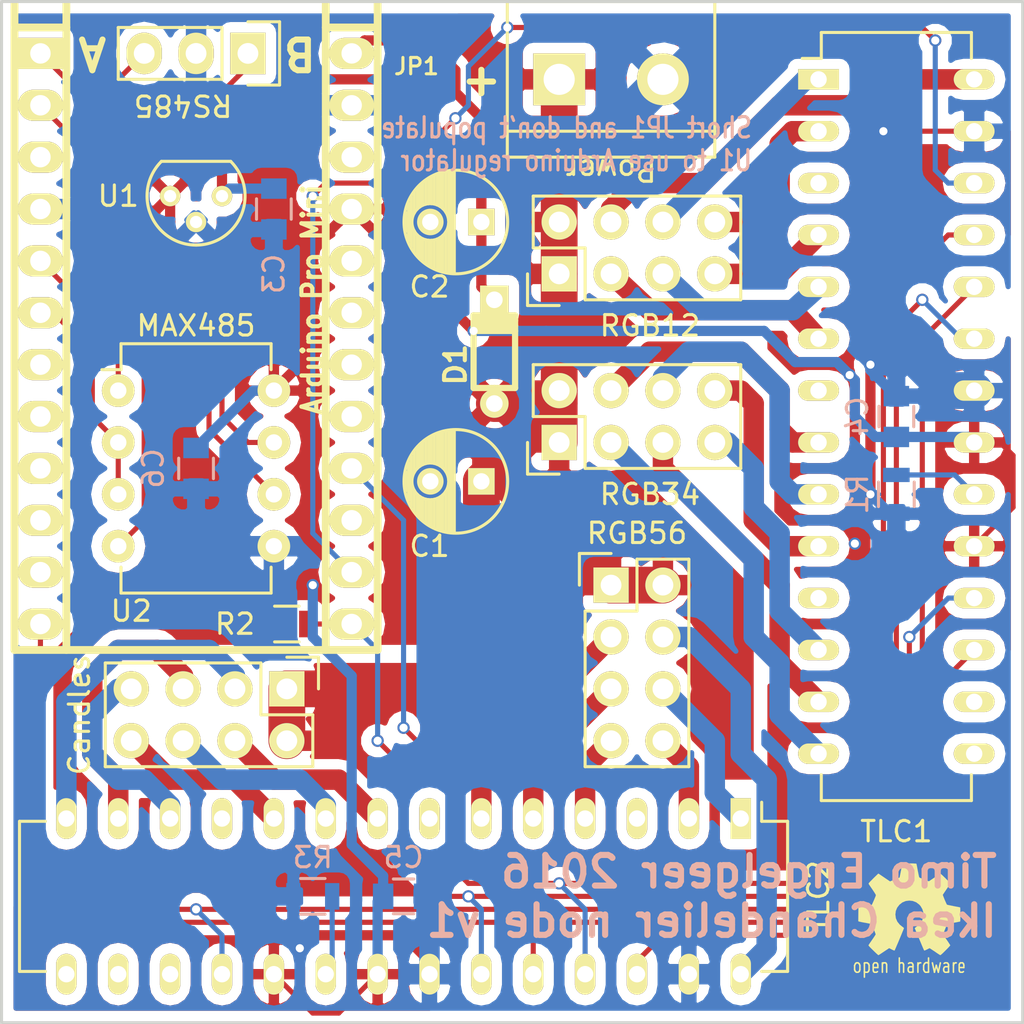
<source format=kicad_pcb>
(kicad_pcb (version 4) (host pcbnew 4.0.2-stable)
  (layers (0 F.Cu signal hide) (31 B.Cu signal hide) (34 B.Paste user) (35 F.Paste user) (36 B.SilkS user hide) (37 F.SilkS user) (38 B.Mask user) (39 F.Mask user) (44 Edge.Cuts user))
  (net 0 "")
  (net 1 /Vin)
  (net 2 GND)
  (net 3 /Vraw)
  (net 4 +5V)
  (net 5 "Net-(J1-Pad1)")
  (net 6 "Net-(J1-Pad2)")
  (net 7 "Net-(J1-Pad3)")
  (net 8 "Net-(J1-Pad5)")
  (net 9 /GSCLK)
  (net 10 "Net-(J1-Pad7)")
  (net 11 "Net-(J1-Pad8)")
  (net 12 "Net-(J1-Pad9)")
  (net 13 "Net-(J1-Pad10)")
  (net 14 "Net-(J1-Pad11)")
  (net 15 /XLAT)
  (net 16 /BLANK)
  (net 17 /SIN)
  (net 18 "Net-(J1-Pad15)")
  (net 19 /SCLK)
  (net 20 "Net-(J1-Pad17)")
  (net 21 "Net-(J1-Pad18)")
  (net 22 "Net-(J1-Pad19)")
  (net 23 "Net-(J1-Pad20)")
  (net 24 "Net-(J1-Pad22)")
  (net 25 "Net-(J1-Pad24)")
  (net 26 "Net-(P1-Pad3)")
  (net 27 "Net-(P1-Pad4)")
  (net 28 "Net-(P1-Pad5)")
  (net 29 "Net-(P1-Pad6)")
  (net 30 "Net-(P1-Pad7)")
  (net 31 "Net-(P1-Pad8)")
  (net 32 "Net-(P3-Pad3)")
  (net 33 "Net-(P3-Pad4)")
  (net 34 "Net-(P3-Pad5)")
  (net 35 "Net-(P3-Pad6)")
  (net 36 "Net-(P3-Pad7)")
  (net 37 "Net-(P3-Pad8)")
  (net 38 "Net-(P4-Pad1)")
  (net 39 "Net-(P4-Pad3)")
  (net 40 "Net-(P5-Pad3)")
  (net 41 "Net-(P5-Pad4)")
  (net 42 "Net-(P5-Pad5)")
  (net 43 "Net-(P5-Pad6)")
  (net 44 "Net-(P5-Pad7)")
  (net 45 "Net-(P5-Pad8)")
  (net 46 "Net-(P6-Pad3)")
  (net 47 "Net-(P6-Pad4)")
  (net 48 "Net-(P6-Pad5)")
  (net 49 "Net-(P6-Pad6)")
  (net 50 "Net-(P6-Pad7)")
  (net 51 "Net-(P6-Pad8)")
  (net 52 "Net-(R1-Pad1)")
  (net 53 "Net-(R3-Pad1)")
  (net 54 "Net-(TLC1-Pad3)")
  (net 55 "Net-(TLC1-Pad7)")
  (net 56 "Net-(TLC1-Pad11)")
  (net 57 "Net-(TLC1-Pad15)")
  (net 58 "Net-(TLC1-Pad16)")
  (net 59 "Net-(TLC1-Pad17)")
  (net 60 "Net-(TLC2-Pad3)")
  (net 61 "Net-(TLC2-Pad7)")
  (net 62 "Net-(TLC2-Pad11)")
  (net 63 "Net-(TLC2-Pad15)")
  (net 64 "Net-(TLC2-Pad16)")
  (net 65 "Net-(TLC2-Pad17)")
  (module Capacitors_ThroughHole:C_Radial_D5_L11_P2.5 (layer F.Cu) (at 93.495 103.495 180)
    (fp_text reference C1 (at 2.54 -3.175 180) (layer F.SilkS))
    (fp_text value 1000u hide)
    (pad 1 thru_hole rect (at 0 0 180) (size 1.3 1.3) (drill 0.8) (layers *.Cu *.Mask F.SilkS) (net 1 /Vin))
    (pad 2 thru_hole circle (at 2.5 0 180) (size 1.3 1.3) (drill 0.8) (layers *.Cu *.Mask F.SilkS) (net 2 GND))
  )
  (module Capacitors_ThroughHole:C_Radial_D5_L11_P2.5 (layer F.Cu) (at 93.495 90.795 180)
    (fp_text reference C2 (at 2.54 -3.175 180) (layer F.SilkS))
    (fp_text value 220u hide)
    (pad 1 thru_hole rect (at 0 0 180) (size 1.3 1.3) (drill 0.8) (layers *.Cu *.Mask F.SilkS) (net 3 /Vraw))
    (pad 2 thru_hole circle (at 2.5 0 180) (size 1.3 1.3) (drill 0.8) (layers *.Cu *.Mask F.SilkS) (net 2 GND))
  )
  (module "septillion_Arduino:arduino_pro_mini_(tail-less)_header" (layer F.Cu) (at 79.525 95.24 270)
    (fp_text reference J1 hide)
    (fp_text value "Arduino Pro Mini" (at -0.635 -5.715 270) (layer F.SilkS) (effects (font (size 1.016 0.889) (thickness 0.2032))))
    (pad 1 thru_hole rect (at -12.7 7.62 270) (size 1.524 2.19964) (drill 1.00076) (layers *.Cu *.Mask F.SilkS) (net 5 "Net-(J1-Pad1)"))
    (pad 2 thru_hole oval (at -10.16 7.62 270) (size 1.524 2.19964) (drill 1.00076) (layers *.Cu *.Mask F.SilkS) (net 6 "Net-(J1-Pad2)"))
    (pad 3 thru_hole oval (at -7.62 7.62 270) (size 1.524 2.19964) (drill 1.00076) (layers *.Cu *.Mask F.SilkS) (net 7 "Net-(J1-Pad3)"))
    (pad 4 thru_hole oval (at -5.08 7.62 270) (size 1.524 2.19964) (drill 1.00076) (layers *.Cu *.Mask F.SilkS) (net 2 GND))
    (pad 5 thru_hole oval (at -2.54 7.62 270) (size 1.524 2.19964) (drill 1.00076) (layers *.Cu *.Mask F.SilkS) (net 8 "Net-(J1-Pad5)"))
    (pad 6 thru_hole oval (at 0 7.62 270) (size 1.524 2.19964) (drill 1.00076) (layers *.Cu *.Mask F.SilkS) (net 9 /GSCLK))
    (pad 7 thru_hole oval (at 2.54 7.62 270) (size 1.524 2.19964) (drill 1.00076) (layers *.Cu *.Mask F.SilkS) (net 10 "Net-(J1-Pad7)"))
    (pad 8 thru_hole oval (at 5.08 7.62 270) (size 1.524 2.19964) (drill 1.00076) (layers *.Cu *.Mask F.SilkS) (net 11 "Net-(J1-Pad8)"))
    (pad 9 thru_hole oval (at 7.62 7.62 270) (size 1.524 2.19964) (drill 1.00076) (layers *.Cu *.Mask F.SilkS) (net 12 "Net-(J1-Pad9)"))
    (pad 10 thru_hole oval (at 10.16 7.62 270) (size 1.524 2.19964) (drill 1.00076) (layers *.Cu *.Mask F.SilkS) (net 13 "Net-(J1-Pad10)"))
    (pad 11 thru_hole oval (at 12.7 7.62 270) (size 1.524 2.19964) (drill 1.00076) (layers *.Cu *.Mask F.SilkS) (net 14 "Net-(J1-Pad11)"))
    (pad 12 thru_hole oval (at 15.24 7.62 270) (size 1.524 2.19964) (drill 1.00076) (layers *.Cu *.Mask F.SilkS) (net 15 /XLAT))
    (pad 13 thru_hole oval (at 15.24 -7.62 270) (size 1.524 2.19964) (drill 1.00076) (layers *.Cu *.Mask F.SilkS) (net 16 /BLANK))
    (pad 14 thru_hole oval (at 12.7 -7.62 270) (size 1.524 2.1971) (drill 1.00076) (layers *.Cu *.Mask F.SilkS) (net 17 /SIN))
    (pad 15 thru_hole oval (at 10.16 -7.62 270) (size 1.524 2.1971) (drill 1.00076) (layers *.Cu *.Mask F.SilkS) (net 18 "Net-(J1-Pad15)"))
    (pad 16 thru_hole oval (at 7.62 -7.62 270) (size 1.524 2.1971) (drill 1.00076) (layers *.Cu *.Mask F.SilkS) (net 19 /SCLK))
    (pad 17 thru_hole oval (at 5.08 -7.62 270) (size 1.524 2.1971) (drill 1.00076) (layers *.Cu *.Mask F.SilkS) (net 20 "Net-(J1-Pad17)"))
    (pad 18 thru_hole oval (at 2.54 -7.62 270) (size 1.524 2.1971) (drill 0.99822) (layers *.Cu *.Mask F.SilkS) (net 21 "Net-(J1-Pad18)"))
    (pad 19 thru_hole oval (at 0 -7.62 270) (size 1.524 2.1971) (drill 0.99822) (layers *.Cu *.Mask F.SilkS) (net 22 "Net-(J1-Pad19)"))
    (pad 20 thru_hole oval (at -2.54 -7.62 270) (size 1.524 2.1971) (drill 0.99822) (layers *.Cu *.Mask F.SilkS) (net 23 "Net-(J1-Pad20)"))
    (pad 21 thru_hole oval (at -5.08 -7.62 270) (size 1.524 2.1971) (drill 0.99822) (layers *.Cu *.Mask F.SilkS) (net 4 +5V))
    (pad 22 thru_hole oval (at -7.62 -7.62 270) (size 1.524 2.1971) (drill 0.99822) (layers *.Cu *.Mask F.SilkS) (net 24 "Net-(J1-Pad22)"))
    (pad 23 thru_hole oval (at -10.16 -7.62 270) (size 1.524 2.1971) (drill 0.99822) (layers *.Cu *.Mask F.SilkS) (net 2 GND))
    (pad 24 thru_hole oval (at -12.7 -7.62 270) (size 1.524 2.1971) (drill 0.99822) (layers *.Cu *.Mask F.SilkS) (net 25 "Net-(J1-Pad24)"))
  )
  (module Pin_Headers:Pin_Header_Straight_2x04 (layer F.Cu) (at 97.305 93.335 90)
    (fp_text reference P1 hide)
    (fp_text value RGB12 (at -2.54 4.445 180) (layer F.SilkS))
    (pad 1 thru_hole rect (at 0 0 90) (size 1.7272 1.7272) (drill 1.016) (layers *.Cu *.Mask F.SilkS) (net 1 /Vin))
    (pad 2 thru_hole oval (at 2.54 0 90) (size 1.7272 1.7272) (drill 1.016) (layers *.Cu *.Mask F.SilkS) (net 1 /Vin))
    (pad 3 thru_hole oval (at 0 2.54 90) (size 1.7272 1.7272) (drill 1.016) (layers *.Cu *.Mask F.SilkS) (net 26 "Net-(P1-Pad3)"))
    (pad 4 thru_hole oval (at 2.54 2.54 90) (size 1.7272 1.7272) (drill 1.016) (layers *.Cu *.Mask F.SilkS) (net 27 "Net-(P1-Pad4)"))
    (pad 5 thru_hole oval (at 0 5.08 90) (size 1.7272 1.7272) (drill 1.016) (layers *.Cu *.Mask F.SilkS) (net 28 "Net-(P1-Pad5)"))
    (pad 6 thru_hole oval (at 2.54 5.08 90) (size 1.7272 1.7272) (drill 1.016) (layers *.Cu *.Mask F.SilkS) (net 29 "Net-(P1-Pad6)"))
    (pad 7 thru_hole oval (at 0 7.62 90) (size 1.7272 1.7272) (drill 1.016) (layers *.Cu *.Mask F.SilkS) (net 30 "Net-(P1-Pad7)"))
    (pad 8 thru_hole oval (at 2.54 7.62 90) (size 1.7272 1.7272) (drill 1.016) (layers *.Cu *.Mask F.SilkS) (net 31 "Net-(P1-Pad8)"))
  )
  (module Connect:bornier2 (layer F.Cu) (at 99.845 83.81)
    (fp_text reference P2 hide)
    (fp_text value Power hide)
    (pad 1 thru_hole rect (at -2.54 0) (size 2.54 2.54) (drill 1.524) (layers *.Cu *.Mask F.SilkS) (net 1 /Vin))
    (pad 2 thru_hole circle (at 2.54 0) (size 2.54 2.54) (drill 1.524) (layers *.Cu *.Mask F.SilkS) (net 2 GND))
  )
  (module Pin_Headers:Pin_Header_Straight_2x04 (layer F.Cu) (at 97.305 101.59 90)
    (fp_text reference P3 hide)
    (fp_text value RGB34 (at -2.54 4.445 180) (layer F.SilkS))
    (pad 1 thru_hole rect (at 0 0 90) (size 1.7272 1.7272) (drill 1.016) (layers *.Cu *.Mask F.SilkS) (net 1 /Vin))
    (pad 2 thru_hole oval (at 2.54 0 90) (size 1.7272 1.7272) (drill 1.016) (layers *.Cu *.Mask F.SilkS) (net 1 /Vin))
    (pad 3 thru_hole oval (at 0 2.54 90) (size 1.7272 1.7272) (drill 1.016) (layers *.Cu *.Mask F.SilkS) (net 32 "Net-(P3-Pad3)"))
    (pad 4 thru_hole oval (at 2.54 2.54 90) (size 1.7272 1.7272) (drill 1.016) (layers *.Cu *.Mask F.SilkS) (net 33 "Net-(P3-Pad4)"))
    (pad 5 thru_hole oval (at 0 5.08 90) (size 1.7272 1.7272) (drill 1.016) (layers *.Cu *.Mask F.SilkS) (net 34 "Net-(P3-Pad5)"))
    (pad 6 thru_hole oval (at 2.54 5.08 90) (size 1.7272 1.7272) (drill 1.016) (layers *.Cu *.Mask F.SilkS) (net 35 "Net-(P3-Pad6)"))
    (pad 7 thru_hole oval (at 0 7.62 90) (size 1.7272 1.7272) (drill 1.016) (layers *.Cu *.Mask F.SilkS) (net 36 "Net-(P3-Pad7)"))
    (pad 8 thru_hole oval (at 2.54 7.62 90) (size 1.7272 1.7272) (drill 1.016) (layers *.Cu *.Mask F.SilkS) (net 37 "Net-(P3-Pad8)"))
  )
  (module Pin_Headers:Pin_Header_Straight_1x03 (layer F.Cu) (at 82.065 82.54 270)
    (fp_text reference P4 hide)
    (fp_text value RS485 hide)
    (pad 1 thru_hole rect (at 0 0 270) (size 2.032 1.7272) (drill 1.016) (layers *.Cu *.Mask F.SilkS) (net 38 "Net-(P4-Pad1)"))
    (pad 2 thru_hole oval (at 0 2.54 270) (size 2.032 1.7272) (drill 1.016) (layers *.Cu *.Mask F.SilkS) (net 2 GND))
    (pad 3 thru_hole oval (at 0 5.08 270) (size 2.032 1.7272) (drill 1.016) (layers *.Cu *.Mask F.SilkS) (net 39 "Net-(P4-Pad3)"))
  )
  (module Pin_Headers:Pin_Header_Straight_2x04 (layer F.Cu) (at 99.845 108.575)
    (fp_text reference P5 hide)
    (fp_text value RGB56 (at 1.27 -2.54) (layer F.SilkS))
    (pad 1 thru_hole rect (at 0 0) (size 1.7272 1.7272) (drill 1.016) (layers *.Cu *.Mask F.SilkS) (net 1 /Vin))
    (pad 2 thru_hole oval (at 2.54 0) (size 1.7272 1.7272) (drill 1.016) (layers *.Cu *.Mask F.SilkS) (net 1 /Vin))
    (pad 3 thru_hole oval (at 0 2.54) (size 1.7272 1.7272) (drill 1.016) (layers *.Cu *.Mask F.SilkS) (net 40 "Net-(P5-Pad3)"))
    (pad 4 thru_hole oval (at 2.54 2.54) (size 1.7272 1.7272) (drill 1.016) (layers *.Cu *.Mask F.SilkS) (net 41 "Net-(P5-Pad4)"))
    (pad 5 thru_hole oval (at 0 5.08) (size 1.7272 1.7272) (drill 1.016) (layers *.Cu *.Mask F.SilkS) (net 42 "Net-(P5-Pad5)"))
    (pad 6 thru_hole oval (at 2.54 5.08) (size 1.7272 1.7272) (drill 1.016) (layers *.Cu *.Mask F.SilkS) (net 43 "Net-(P5-Pad6)"))
    (pad 7 thru_hole oval (at 0 7.62) (size 1.7272 1.7272) (drill 1.016) (layers *.Cu *.Mask F.SilkS) (net 44 "Net-(P5-Pad7)"))
    (pad 8 thru_hole oval (at 2.54 7.62) (size 1.7272 1.7272) (drill 1.016) (layers *.Cu *.Mask F.SilkS) (net 45 "Net-(P5-Pad8)"))
  )
  (module Pin_Headers:Pin_Header_Straight_2x04 (layer F.Cu) (at 83.97 113.655 270)
    (fp_text reference P6 hide)
    (fp_text value Candles (at 1.27 10.16 270) (layer F.SilkS))
    (pad 1 thru_hole rect (at 0 0 270) (size 1.7272 1.7272) (drill 1.016) (layers *.Cu *.Mask F.SilkS) (net 1 /Vin))
    (pad 2 thru_hole oval (at 2.54 0 270) (size 1.7272 1.7272) (drill 1.016) (layers *.Cu *.Mask F.SilkS) (net 1 /Vin))
    (pad 3 thru_hole oval (at 0 2.54 270) (size 1.7272 1.7272) (drill 1.016) (layers *.Cu *.Mask F.SilkS) (net 46 "Net-(P6-Pad3)"))
    (pad 4 thru_hole oval (at 2.54 2.54 270) (size 1.7272 1.7272) (drill 1.016) (layers *.Cu *.Mask F.SilkS) (net 47 "Net-(P6-Pad4)"))
    (pad 5 thru_hole oval (at 0 5.08 270) (size 1.7272 1.7272) (drill 1.016) (layers *.Cu *.Mask F.SilkS) (net 48 "Net-(P6-Pad5)"))
    (pad 6 thru_hole oval (at 2.54 5.08 270) (size 1.7272 1.7272) (drill 1.016) (layers *.Cu *.Mask F.SilkS) (net 49 "Net-(P6-Pad6)"))
    (pad 7 thru_hole oval (at 0 7.62 270) (size 1.7272 1.7272) (drill 1.016) (layers *.Cu *.Mask F.SilkS) (net 50 "Net-(P6-Pad7)"))
    (pad 8 thru_hole oval (at 2.54 7.62 270) (size 1.7272 1.7272) (drill 1.016) (layers *.Cu *.Mask F.SilkS) (net 51 "Net-(P6-Pad8)"))
  )
  (module TO_SOT_Packages_THT:TO-92_Molded_Narrow (layer F.Cu) (at 80.795 89.525 180)
    (fp_text reference U1 (at 5.08 0 180) (layer F.SilkS))
    (fp_text value 78L05 hide)
    (pad 2 thru_hole circle (at 1.27 -1.27 270) (size 1.00076 1.00076) (drill 0.6) (layers *.Cu *.Mask F.SilkS) (net 2 GND))
    (pad 3 thru_hole circle (at 2.54 0 270) (size 1.00076 1.00076) (drill 0.6) (layers *.Cu *.Mask F.SilkS) (net 4 +5V))
    (pad 1 thru_hole circle (at 0 0 270) (size 1.00076 1.00076) (drill 0.6) (layers *.Cu *.Mask F.SilkS) (net 3 /Vraw))
  )
  (module Housings_DIP:DIP-8_W7.62mm (layer F.Cu) (at 75.715 99.05)
    (fp_text reference U2 (at 0.635 10.795) (layer F.SilkS))
    (fp_text value MAX485 (at 3.81 -3.175) (layer F.SilkS))
    (pad 1 thru_hole oval (at 0 0) (size 1.6 1.6) (drill 0.8) (layers *.Cu *.Mask F.SilkS) (net 6 "Net-(J1-Pad2)"))
    (pad 2 thru_hole oval (at 0 2.54) (size 1.6 1.6) (drill 0.8) (layers *.Cu *.Mask F.SilkS) (net 8 "Net-(J1-Pad5)"))
    (pad 3 thru_hole oval (at 0 5.08) (size 1.6 1.6) (drill 0.8) (layers *.Cu *.Mask F.SilkS) (net 8 "Net-(J1-Pad5)"))
    (pad 4 thru_hole oval (at 0 7.62) (size 1.6 1.6) (drill 0.8) (layers *.Cu *.Mask F.SilkS) (net 5 "Net-(J1-Pad1)"))
    (pad 5 thru_hole oval (at 7.62 7.62) (size 1.6 1.6) (drill 0.8) (layers *.Cu *.Mask F.SilkS) (net 2 GND))
    (pad 6 thru_hole oval (at 7.62 5.08) (size 1.6 1.6) (drill 0.8) (layers *.Cu *.Mask F.SilkS) (net 39 "Net-(P4-Pad3)"))
    (pad 7 thru_hole oval (at 7.62 2.54) (size 1.6 1.6) (drill 0.8) (layers *.Cu *.Mask F.SilkS) (net 38 "Net-(P4-Pad1)"))
    (pad 8 thru_hole oval (at 7.62 0) (size 1.6 1.6) (drill 0.8) (layers *.Cu *.Mask F.SilkS) (net 4 +5V))
  )
  (module Capacitors_SMD:C_0805 (layer B.Cu) (at 83.335 90.16 270)
    (fp_text reference C3 (at 3.175 0 270) (layer B.SilkS) (effects (justify mirror)))
    (fp_text value 100n hide)
    (pad 1 smd rect (at -1 0 270) (size 1 1.25) (layers B.Cu B.Paste B.Mask) (net 3 /Vraw))
    (pad 2 smd rect (at 1 0 270) (size 1 1.25) (layers B.Cu B.Paste B.Mask) (net 2 GND))
  )
  (module Capacitors_SMD:C_0805 (layer B.Cu) (at 113.815 100.32 90)
    (fp_text reference C4 (at 0 -1.905 90) (layer B.SilkS) (effects (justify mirror)))
    (fp_text value 100n hide)
    (pad 1 smd rect (at -1 0 90) (size 1 1.25) (layers B.Cu B.Paste B.Mask) (net 4 +5V))
    (pad 2 smd rect (at 1 0 90) (size 1 1.25) (layers B.Cu B.Paste B.Mask) (net 2 GND))
  )
  (module Capacitors_SMD:C_0805 (layer B.Cu) (at 89.685 123.815)
    (fp_text reference C5 (at 0 -1.905) (layer B.SilkS) (effects (justify mirror)))
    (fp_text value 100n hide)
    (pad 1 smd rect (at -1 0) (size 1 1.25) (layers B.Cu B.Paste B.Mask) (net 4 +5V))
    (pad 2 smd rect (at 1 0) (size 1 1.25) (layers B.Cu B.Paste B.Mask) (net 2 GND))
  )
  (module Capacitors_SMD:C_0805 (layer B.Cu) (at 79.525 102.86 270)
    (fp_text reference C6 (at 0 2.1 270) (layer B.SilkS) (effects (justify mirror)))
    (fp_text value 100n hide)
    (pad 1 smd rect (at -1 0 270) (size 1 1.25) (layers B.Cu B.Paste B.Mask) (net 4 +5V))
    (pad 2 smd rect (at 1 0 270) (size 1 1.25) (layers B.Cu B.Paste B.Mask) (net 2 GND))
  )
  (module Resistors_SMD:R_0805 (layer B.Cu) (at 113.815 104.13 270)
    (fp_text reference R1 (at 0 1.905 270) (layer B.SilkS) (effects (justify mirror)))
    (fp_text value 270R hide)
    (pad 1 smd rect (at -0.95 0 270) (size 0.7 1.3) (layers B.Cu B.Paste B.Mask) (net 52 "Net-(R1-Pad1)"))
    (pad 2 smd rect (at 0.95 0 270) (size 0.7 1.3) (layers B.Cu B.Paste B.Mask) (net 2 GND))
  )
  (module Resistors_SMD:R_0805 (layer F.Cu) (at 83.97 110.48)
    (fp_text reference R2 (at -2.54 0) (layer F.SilkS))
    (fp_text value 1k hide)
    (pad 1 smd rect (at -0.95 0) (size 0.7 1.3) (layers F.Cu F.Paste F.Mask) (net 4 +5V))
    (pad 2 smd rect (at 0.95 0) (size 0.7 1.3) (layers F.Cu F.Paste F.Mask) (net 16 /BLANK))
  )
  (module Resistors_SMD:R_0805 (layer B.Cu) (at 85.24 123.815 180)
    (fp_text reference R3 (at 0 1.905 180) (layer B.SilkS) (effects (justify mirror)))
    (fp_text value 270R hide)
    (pad 1 smd rect (at -0.95 0 180) (size 0.7 1.3) (layers B.Cu B.Paste B.Mask) (net 53 "Net-(R3-Pad1)"))
    (pad 2 smd rect (at 0.95 0 180) (size 0.7 1.3) (layers B.Cu B.Paste B.Mask) (net 2 GND))
  )
  (module septillion_device:DIP-28_W7.62mm_narrowPad (layer F.Cu) (at 110.005 83.81)
    (fp_text reference TLC1 (at 3.81 36.83) (layer F.SilkS))
    (fp_text value TLC5940 hide)
    (pad 1 thru_hole rect (at 0 0) (size 2 1) (drill 0.8) (layers *.Cu *.Mask F.SilkS) (net 29 "Net-(P1-Pad6)"))
    (pad 2 thru_hole oval (at 0 2.54) (size 2 1) (drill 0.8) (layers *.Cu *.Mask F.SilkS) (net 31 "Net-(P1-Pad8)"))
    (pad 3 thru_hole oval (at 0 5.08) (size 2 1) (drill 0.8) (layers *.Cu *.Mask F.SilkS) (net 54 "Net-(TLC1-Pad3)"))
    (pad 4 thru_hole oval (at 0 7.62) (size 2 1) (drill 0.8) (layers *.Cu *.Mask F.SilkS) (net 30 "Net-(P1-Pad7)"))
    (pad 5 thru_hole oval (at 0 10.16) (size 2 1) (drill 0.8) (layers *.Cu *.Mask F.SilkS) (net 28 "Net-(P1-Pad5)"))
    (pad 6 thru_hole oval (at 0 12.7) (size 2 1) (drill 0.8) (layers *.Cu *.Mask F.SilkS) (net 26 "Net-(P1-Pad3)"))
    (pad 7 thru_hole oval (at 0 15.24) (size 2 1) (drill 0.8) (layers *.Cu *.Mask F.SilkS) (net 55 "Net-(TLC1-Pad7)"))
    (pad 8 thru_hole oval (at 0 17.78) (size 2 1) (drill 0.8) (layers *.Cu *.Mask F.SilkS) (net 33 "Net-(P3-Pad4)"))
    (pad 9 thru_hole oval (at 0 20.32) (size 2 1) (drill 0.8) (layers *.Cu *.Mask F.SilkS) (net 35 "Net-(P3-Pad6)"))
    (pad 10 thru_hole oval (at 0 22.86) (size 2 1) (drill 0.8) (layers *.Cu *.Mask F.SilkS) (net 37 "Net-(P3-Pad8)"))
    (pad 11 thru_hole oval (at 0 25.4) (size 2 1) (drill 0.8) (layers *.Cu *.Mask F.SilkS) (net 56 "Net-(TLC1-Pad11)"))
    (pad 12 thru_hole oval (at 0 27.94) (size 2 1) (drill 0.8) (layers *.Cu *.Mask F.SilkS) (net 36 "Net-(P3-Pad7)"))
    (pad 13 thru_hole oval (at 0 30.48) (size 2 1) (drill 0.8) (layers *.Cu *.Mask F.SilkS) (net 34 "Net-(P3-Pad5)"))
    (pad 14 thru_hole oval (at 0 33.02) (size 2 1) (drill 0.8) (layers *.Cu *.Mask F.SilkS) (net 32 "Net-(P3-Pad3)"))
    (pad 15 thru_hole oval (at 7.62 33.02) (size 2 1) (drill 0.8) (layers *.Cu *.Mask F.SilkS) (net 57 "Net-(TLC1-Pad15)"))
    (pad 16 thru_hole oval (at 7.62 30.48) (size 2 1) (drill 0.8) (layers *.Cu *.Mask F.SilkS) (net 58 "Net-(TLC1-Pad16)"))
    (pad 17 thru_hole oval (at 7.62 27.94) (size 2 1) (drill 0.8) (layers *.Cu *.Mask F.SilkS) (net 59 "Net-(TLC1-Pad17)"))
    (pad 18 thru_hole oval (at 7.62 25.4) (size 2 1) (drill 0.8) (layers *.Cu *.Mask F.SilkS) (net 9 /GSCLK))
    (pad 19 thru_hole oval (at 7.62 22.86) (size 2 1) (drill 0.8) (layers *.Cu *.Mask F.SilkS) (net 4 +5V))
    (pad 20 thru_hole oval (at 7.62 20.32) (size 2 1) (drill 0.8) (layers *.Cu *.Mask F.SilkS) (net 52 "Net-(R1-Pad1)"))
    (pad 21 thru_hole oval (at 7.62 17.78) (size 2 1) (drill 0.8) (layers *.Cu *.Mask F.SilkS) (net 4 +5V))
    (pad 22 thru_hole oval (at 7.62 15.24) (size 2 1) (drill 0.8) (layers *.Cu *.Mask F.SilkS) (net 2 GND))
    (pad 23 thru_hole oval (at 7.62 12.7) (size 2 1) (drill 0.8) (layers *.Cu *.Mask F.SilkS) (net 16 /BLANK))
    (pad 24 thru_hole oval (at 7.62 10.16) (size 2 1) (drill 0.8) (layers *.Cu *.Mask F.SilkS) (net 15 /XLAT))
    (pad 25 thru_hole oval (at 7.62 7.62) (size 2 1) (drill 0.8) (layers *.Cu *.Mask F.SilkS) (net 19 /SCLK))
    (pad 26 thru_hole oval (at 7.62 5.08) (size 2 1) (drill 0.8) (layers *.Cu *.Mask F.SilkS) (net 17 /SIN))
    (pad 27 thru_hole oval (at 7.62 2.54) (size 2 1) (drill 0.8) (layers *.Cu *.Mask F.SilkS) (net 2 GND))
    (pad 28 thru_hole oval (at 7.62 0) (size 2 1) (drill 0.8) (layers *.Cu *.Mask F.SilkS) (net 27 "Net-(P1-Pad4)"))
  )
  (module septillion_device:DIP-28_W7.62mm_narrowPad (layer F.Cu) (at 106.195 120.005 270)
    (fp_text reference TLC2 (at 3.81 -3.81 450) (layer F.SilkS))
    (fp_text value TLC5940 hide)
    (pad 1 thru_hole rect (at 0 0 270) (size 2 1) (drill 0.8) (layers *.Cu *.Mask F.SilkS) (net 43 "Net-(P5-Pad6)"))
    (pad 2 thru_hole oval (at 0 2.54 270) (size 2 1) (drill 0.8) (layers *.Cu *.Mask F.SilkS) (net 45 "Net-(P5-Pad8)"))
    (pad 3 thru_hole oval (at 0 5.08 270) (size 2 1) (drill 0.8) (layers *.Cu *.Mask F.SilkS) (net 60 "Net-(TLC2-Pad3)"))
    (pad 4 thru_hole oval (at 0 7.62 270) (size 2 1) (drill 0.8) (layers *.Cu *.Mask F.SilkS) (net 44 "Net-(P5-Pad7)"))
    (pad 5 thru_hole oval (at 0 10.16 270) (size 2 1) (drill 0.8) (layers *.Cu *.Mask F.SilkS) (net 42 "Net-(P5-Pad5)"))
    (pad 6 thru_hole oval (at 0 12.7 270) (size 2 1) (drill 0.8) (layers *.Cu *.Mask F.SilkS) (net 40 "Net-(P5-Pad3)"))
    (pad 7 thru_hole oval (at 0 15.24 270) (size 2 1) (drill 0.8) (layers *.Cu *.Mask F.SilkS) (net 61 "Net-(TLC2-Pad7)"))
    (pad 8 thru_hole oval (at 0 17.78 270) (size 2 1) (drill 0.8) (layers *.Cu *.Mask F.SilkS) (net 47 "Net-(P6-Pad4)"))
    (pad 9 thru_hole oval (at 0 20.32 270) (size 2 1) (drill 0.8) (layers *.Cu *.Mask F.SilkS) (net 49 "Net-(P6-Pad6)"))
    (pad 10 thru_hole oval (at 0 22.86 270) (size 2 1) (drill 0.8) (layers *.Cu *.Mask F.SilkS) (net 51 "Net-(P6-Pad8)"))
    (pad 11 thru_hole oval (at 0 25.4 270) (size 2 1) (drill 0.8) (layers *.Cu *.Mask F.SilkS) (net 62 "Net-(TLC2-Pad11)"))
    (pad 12 thru_hole oval (at 0 27.94 270) (size 2 1) (drill 0.8) (layers *.Cu *.Mask F.SilkS) (net 50 "Net-(P6-Pad7)"))
    (pad 13 thru_hole oval (at 0 30.48 270) (size 2 1) (drill 0.8) (layers *.Cu *.Mask F.SilkS) (net 48 "Net-(P6-Pad5)"))
    (pad 14 thru_hole oval (at 0 33.02 270) (size 2 1) (drill 0.8) (layers *.Cu *.Mask F.SilkS) (net 46 "Net-(P6-Pad3)"))
    (pad 15 thru_hole oval (at 7.62 33.02 270) (size 2 1) (drill 0.8) (layers *.Cu *.Mask F.SilkS) (net 63 "Net-(TLC2-Pad15)"))
    (pad 16 thru_hole oval (at 7.62 30.48 270) (size 2 1) (drill 0.8) (layers *.Cu *.Mask F.SilkS) (net 64 "Net-(TLC2-Pad16)"))
    (pad 17 thru_hole oval (at 7.62 27.94 270) (size 2 1) (drill 0.8) (layers *.Cu *.Mask F.SilkS) (net 65 "Net-(TLC2-Pad17)"))
    (pad 18 thru_hole oval (at 7.62 25.4 270) (size 2 1) (drill 0.8) (layers *.Cu *.Mask F.SilkS) (net 9 /GSCLK))
    (pad 19 thru_hole oval (at 7.62 22.86 270) (size 2 1) (drill 0.8) (layers *.Cu *.Mask F.SilkS) (net 4 +5V))
    (pad 20 thru_hole oval (at 7.62 20.32 270) (size 2 1) (drill 0.8) (layers *.Cu *.Mask F.SilkS) (net 53 "Net-(R3-Pad1)"))
    (pad 21 thru_hole oval (at 7.62 17.78 270) (size 2 1) (drill 0.8) (layers *.Cu *.Mask F.SilkS) (net 4 +5V))
    (pad 22 thru_hole oval (at 7.62 15.24 270) (size 2 1) (drill 0.8) (layers *.Cu *.Mask F.SilkS) (net 2 GND))
    (pad 23 thru_hole oval (at 7.62 12.7 270) (size 2 1) (drill 0.8) (layers *.Cu *.Mask F.SilkS) (net 16 /BLANK))
    (pad 24 thru_hole oval (at 7.62 10.16 270) (size 2 1) (drill 0.8) (layers *.Cu *.Mask F.SilkS) (net 15 /XLAT))
    (pad 25 thru_hole oval (at 7.62 7.62 270) (size 2 1) (drill 0.8) (layers *.Cu *.Mask F.SilkS) (net 19 /SCLK))
    (pad 26 thru_hole oval (at 7.62 5.08 270) (size 2 1) (drill 0.8) (layers *.Cu *.Mask F.SilkS) (net 59 "Net-(TLC1-Pad17)"))
    (pad 27 thru_hole oval (at 7.62 2.54 270) (size 2 1) (drill 0.8) (layers *.Cu *.Mask F.SilkS) (net 2 GND))
    (pad 28 thru_hole oval (at 7.62 0 270) (size 2 1) (drill 0.8) (layers *.Cu *.Mask F.SilkS) (net 41 "Net-(P5-Pad4)"))
  )
  (module w_logo:Logo_silk_OSHW_6x6mm (layer F.Cu) (at 114.45 124.45)
    (fp_text reference G*** hide)
    (fp_text value LOGO hide)
  )
  (module septillion_device:SMD_jumper2 (layer F.Cu) (at 90.32 81.905)
    (fp_text reference JP1 (at 0 1.27 180) (layer F.SilkS) (effects (font (size 0.8 0.8))))
    (fp_text value Jumper_NC_Small hide)
    (fp_poly (pts (xy -0.127 0.635) (xy -0.216959 0.634535) (xy -0.293498 0.624894) (xy -0.376868 0.601311) (xy -0.402167 0.591043) (xy -0.527443 0.513361) (xy -0.635498 0.405588) (xy -0.711407 0.28575) (xy -0.746358 0.176643) (xy -0.762882 0.04626) (xy -0.760789 -0.08902) (xy -0.739882 -0.212813) (xy -0.718044 -0.275167) (xy -0.646891 -0.391923) (xy -0.550221 -0.492805) (xy -0.437214 -0.571225) (xy -0.317049 -0.620593) (xy -0.216959 -0.634794) (xy -0.127 -0.635) (xy -0.127 0.635)) (layer F.Cu) (width 0.01))
    (fp_poly (pts (xy 0.216958 -0.634794) (xy 0.336025 -0.615029) (xy 0.455673 -0.560661) (xy 0.566722 -0.478277) (xy 0.659991 -0.374465) (xy 0.718043 -0.275167) (xy 0.750414 -0.166257) (xy 0.763855 -0.035961) (xy 0.758559 0.09934) (xy 0.734721 0.223264) (xy 0.711406 0.28575) (xy 0.635716 0.405683) (xy 0.535351 0.506472) (xy 0.419091 0.581921) (xy 0.295719 0.625837) (xy 0.216958 0.634535) (xy 0.127 0.635) (xy 0.127 -0.635) (xy 0.216958 -0.634794)) (layer F.Cu) (width 0.01))
    (pad 1 smd rect (at -0.4445 0) (size 0.254 0.889) (layers F.Cu F.Paste F.Mask) (net 25 "Net-(J1-Pad24)") (clearance 0.254))
    (pad 2 smd rect (at 0.4445 0) (size 0.254 0.889) (layers F.Cu F.Paste F.Mask) (net 3 /Vraw) (clearance 0.254))
  )
  (module septillion_device:D2 (layer F.Cu) (at 94.13 97.145 90)
    (fp_text reference D1 (at -0.635 -1.905 90) (layer F.SilkS) (effects (font (size 1.016 1.016) (thickness 0.2032))))
    (fp_text value D hide)
    (pad 1 thru_hole rect (at 2.54 0 90) (size 1.397 1.397) (drill 0.8128) (layers *.Cu *.Mask F.SilkS) (net 3 /Vraw))
    (pad 2 thru_hole circle (at -2.54 0 90) (size 1.397 1.397) (drill 0.8128) (layers *.Cu *.Mask F.SilkS) (net 1 /Vin))
  )
  (gr_text "Short JP1 and don't populate \nU1 to use Arduino regulator" (at 106.83 86.985) (layer B.SilkS) (effects (font (size 1 0.8)) (justify left mirror)))
  (gr_text "Timo Engelgeer 2016\nIkea Chandelier node v1" (at 118.895 123.815) (layer B.SilkS) (effects (font (size 1.5 1.5) (thickness 0.3)) (justify left mirror)))
  (gr_text A (at 74.445 82.54 180) (layer F.SilkS) (effects (font (size 1.5 1.5) (thickness 0.3))))
  (gr_text B (at 84.605 82.54 180) (layer F.SilkS) (effects (font (size 1.5 1.5) (thickness 0.3))))
  (gr_text RS485 (at 78.89 85.08 180) (layer F.SilkS) (effects (font (size 1 1))))
  (gr_text + (at 93.495 83.81) (layer F.SilkS) (effects (font (size 1.5 1.5) (thickness 0.3))))
  (gr_text Power (at 99.845 88.255 180) (layer F.SilkS) (effects (font (size 1 1))))
  (gr_line (start 70 130) (end 70 80) (angle 90) (layer Edge.Cuts) (width 0.15))
  (gr_line (start 120 130) (end 70 130) (angle 90) (layer Edge.Cuts) (width 0.15))
  (gr_line (start 120 80) (end 120 130) (angle 90) (layer Edge.Cuts) (width 0.15))
  (gr_line (start 70 80) (end 120 80) (angle 90) (layer Edge.Cuts) (width 0.15))
  (segment (start 97.305 93.335) (end 97.305 90.795) (width 1.8) (layer F.Cu) (net 1))
  (segment (start 97.305 90.795) (end 97.305 83.81) (width 1.8) (layer F.Cu) (net 1))
  (segment (start 102.385 108.575) (end 99.845 108.575) (width 1.8) (layer F.Cu) (net 1))
  (segment (start 99.845 108.575) (end 94.765 103.495) (width 1.8) (layer F.Cu) (net 1))
  (segment (start 94.765 103.495) (end 93.495 103.495) (width 1.8) (layer F.Cu) (net 1))
  (segment (start 96.67 99.685) (end 97.305 99.05) (width 1.8) (layer F.Cu) (net 1))
  (segment (start 97.305 99.05) (end 97.305 99.685) (width 1.8) (layer F.Cu) (net 1))
  (segment (start 97.305 99.685) (end 93.495 103.495) (width 1.8) (layer F.Cu) (net 1))
  (segment (start 93.495 103.495) (end 93.495 111.75) (width 1.8) (layer F.Cu) (net 1))
  (segment (start 83.97 113.655) (end 89.05 113.655) (width 1.8) (layer F.Cu) (net 1))
  (segment (start 91.59 113.655) (end 93.495 111.75) (width 1.8) (layer F.Cu) (net 1))
  (segment (start 89.05 113.655) (end 91.59 113.655) (width 1.8) (layer F.Cu) (net 1))
  (segment (start 83.97 116.195) (end 83.97 113.655) (width 1.8) (layer F.Cu) (net 1))
  (segment (start 97.305 93.335) (end 97.305 99.05) (width 1.8) (layer F.Cu) (net 1))
  (segment (start 97.305 99.05) (end 97.305 101.59) (width 1.8) (layer F.Cu) (net 1))
  (segment (start 94.13 99.685) (end 96.67 99.685) (width 1.8) (layer F.Cu) (net 1))
  (segment (start 90.955 127.625) (end 90.955 126.99) (width 0.5) (layer F.Cu) (net 2))
  (segment (start 90.955 126.99) (end 89.685 125.72) (width 0.5) (layer F.Cu) (net 2))
  (via (at 84.605 126.355) (size 0.6) (drill 0.4) (layers F.Cu B.Cu) (net 2))
  (segment (start 85.24 125.72) (end 84.605 126.355) (width 0.5) (layer F.Cu) (net 2))
  (segment (start 89.685 125.72) (end 85.24 125.72) (width 0.5) (layer F.Cu) (net 2))
  (segment (start 113.815 99.32) (end 112.545 98.05) (width 0.5) (layer B.Cu) (net 2))
  (segment (start 112.545 104.13) (end 113.495 105.08) (width 0.5) (layer B.Cu) (net 2))
  (via (at 112.545 104.13) (size 0.6) (drill 0.4) (layers F.Cu B.Cu) (net 2))
  (segment (start 112.545 97.78) (end 112.545 104.13) (width 0.5) (layer F.Cu) (net 2))
  (via (at 112.545 97.78) (size 0.6) (drill 0.4) (layers F.Cu B.Cu) (net 2))
  (segment (start 112.545 98.05) (end 112.545 97.78) (width 0.5) (layer B.Cu) (net 2))
  (segment (start 113.495 105.08) (end 113.815 105.08) (width 0.5) (layer B.Cu) (net 2))
  (segment (start 90.685 123.815) (end 90.955 124.085) (width 1) (layer B.Cu) (net 2))
  (segment (start 90.955 124.085) (end 90.955 127.625) (width 1) (layer B.Cu) (net 2))
  (segment (start 91.59 117.465) (end 92.225 118.1) (width 1) (layer B.Cu) (net 2))
  (segment (start 91.59 104.09) (end 91.59 117.465) (width 1.8) (layer B.Cu) (net 2))
  (segment (start 90.995 103.495) (end 91.59 104.09) (width 1.8) (layer B.Cu) (net 2))
  (segment (start 92.225 122.275) (end 90.685 123.815) (width 1) (layer B.Cu) (net 2))
  (segment (start 92.225 118.1) (end 92.225 122.275) (width 1) (layer B.Cu) (net 2))
  (segment (start 113.815 99.32) (end 117.355 99.32) (width 0.5) (layer B.Cu) (net 2))
  (segment (start 117.355 99.32) (end 117.625 99.05) (width 0.5) (layer B.Cu) (net 2))
  (segment (start 117.625 86.35) (end 113.18 86.35) (width 0.25) (layer F.Cu) (net 2))
  (via (at 113.18 86.35) (size 0.6) (drill 0.4) (layers F.Cu B.Cu) (net 2))
  (segment (start 113.18 84.445) (end 113.18 83.175) (width 1.8) (layer B.Cu) (net 2))
  (segment (start 106.195 83.81) (end 108.1 81.905) (width 1.8) (layer B.Cu) (net 2))
  (segment (start 102.385 83.81) (end 106.195 83.81) (width 1.8) (layer B.Cu) (net 2))
  (segment (start 116.355 99.05) (end 113.18 95.875) (width 1.8) (layer B.Cu) (net 2))
  (segment (start 113.18 95.875) (end 113.18 86.35) (width 1.8) (layer B.Cu) (net 2))
  (segment (start 113.18 86.35) (end 113.18 84.445) (width 1.8) (layer B.Cu) (net 2))
  (segment (start 116.355 99.05) (end 117.625 99.05) (width 1.8) (layer B.Cu) (net 2))
  (segment (start 111.91 81.905) (end 108.1 81.905) (width 1.8) (layer B.Cu) (net 2))
  (segment (start 113.18 83.175) (end 111.91 81.905) (width 1.8) (layer B.Cu) (net 2))
  (segment (start 90.995 90.795) (end 90.995 103.495) (width 1.8) (layer B.Cu) (net 2))
  (segment (start 90.995 90.795) (end 90.955 90.755) (width 1.8) (layer B.Cu) (net 2))
  (segment (start 90.955 90.755) (end 90.955 89.525) (width 1.8) (layer B.Cu) (net 2))
  (segment (start 90.955 89.525) (end 92.86 87.62) (width 1.8) (layer B.Cu) (net 2))
  (segment (start 92.86 87.62) (end 98.575 87.62) (width 1.8) (layer B.Cu) (net 2))
  (segment (start 98.575 87.62) (end 102.385 83.81) (width 1.8) (layer B.Cu) (net 2))
  (segment (start 93.495 93.97) (end 94.13 94.605) (width 0.5) (layer F.Cu) (net 3))
  (segment (start 90.7645 81.905) (end 92.225 83.3655) (width 0.5) (layer F.Cu) (net 3))
  (segment (start 92.225 83.3655) (end 92.225 84.445) (width 0.5) (layer F.Cu) (net 3))
  (segment (start 93.495 90.795) (end 93.495 85.715) (width 0.5) (layer F.Cu) (net 3))
  (segment (start 92.225 84.445) (end 90.955 84.445) (width 0.5) (layer F.Cu) (net 3))
  (segment (start 93.495 85.715) (end 92.225 84.445) (width 0.5) (layer F.Cu) (net 3))
  (segment (start 82.065 86.35) (end 84.605 83.81) (width 0.5) (layer F.Cu) (net 3))
  (segment (start 84.605 83.81) (end 90.32 83.81) (width 0.5) (layer F.Cu) (net 3))
  (segment (start 90.32 83.81) (end 90.955 84.445) (width 0.5) (layer F.Cu) (net 3))
  (segment (start 80.795 89.525) (end 81.16 89.16) (width 0.5) (layer B.Cu) (net 3))
  (segment (start 81.16 89.16) (end 83.335 89.16) (width 0.5) (layer B.Cu) (net 3))
  (segment (start 80.795 89.525) (end 80.795 87.62) (width 0.5) (layer F.Cu) (net 3))
  (segment (start 80.795 87.62) (end 82.065 86.35) (width 0.5) (layer F.Cu) (net 3))
  (segment (start 93.495 90.795) (end 93.495 88.89) (width 0.5) (layer F.Cu) (net 3))
  (segment (start 93.495 90.795) (end 93.495 93.97) (width 0.5) (layer F.Cu) (net 3))
  (segment (start 78.255 89.525) (end 78.255 92.065) (width 0.5) (layer F.Cu) (net 4))
  (segment (start 84.605 92.7) (end 85.24 92.065) (width 0.5) (layer F.Cu) (net 4))
  (segment (start 78.89 92.7) (end 84.605 92.7) (width 0.5) (layer F.Cu) (net 4))
  (segment (start 78.255 92.065) (end 78.89 92.7) (width 0.5) (layer F.Cu) (net 4))
  (segment (start 111.529 98.288) (end 111.783 98.542) (width 0.5) (layer F.Cu) (net 4))
  (via (at 111.529 98.288) (size 0.6) (drill 0.4) (layers F.Cu B.Cu) (net 4))
  (segment (start 110.894 97.653) (end 111.529 98.288) (width 0.5) (layer B.Cu) (net 4))
  (via (at 111.783 106.543) (size 0.6) (drill 0.4) (layers F.Cu B.Cu) (net 4))
  (segment (start 111.783 98.542) (end 111.783 106.543) (width 0.5) (layer F.Cu) (net 4))
  (via (at 93.114 96.129) (size 0.6) (drill 0.4) (layers F.Cu B.Cu) (net 4))
  (segment (start 93.114 96.129) (end 95.273 96.129) (width 0.5) (layer B.Cu) (net 4))
  (segment (start 83.335 99.05) (end 85.24 97.145) (width 0.5) (layer F.Cu) (net 4))
  (segment (start 87.145 90.16) (end 86.51 90.795) (width 0.5) (layer F.Cu) (net 4))
  (segment (start 79.525 101.86) (end 82.335 99.05) (width 0.5) (layer B.Cu) (net 4))
  (segment (start 82.335 99.05) (end 83.335 99.05) (width 0.5) (layer B.Cu) (net 4))
  (segment (start 88.685 123.815) (end 88.685 122.815) (width 0.5) (layer B.Cu) (net 4))
  (segment (start 87.145 113.02) (end 85.875 111.75) (width 0.5) (layer B.Cu) (net 4))
  (segment (start 87.145 121.275) (end 87.145 113.02) (width 0.5) (layer B.Cu) (net 4))
  (segment (start 88.685 122.815) (end 87.145 121.275) (width 0.5) (layer B.Cu) (net 4))
  (segment (start 85.24 108.575) (end 84.605 108.575) (width 0.25) (layer F.Cu) (net 4))
  (segment (start 84.605 108.575) (end 83.02 110.16) (width 0.25) (layer F.Cu) (net 4))
  (segment (start 83.02 110.16) (end 83.02 110.48) (width 0.25) (layer F.Cu) (net 4))
  (segment (start 85.24 92.065) (end 87.145 90.16) (width 0.5) (layer F.Cu) (net 4))
  (segment (start 85.24 97.145) (end 85.24 92.065) (width 0.5) (layer F.Cu) (net 4))
  (segment (start 85.24 108.575) (end 85.24 97.145) (width 0.5) (layer F.Cu) (net 4))
  (via (at 85.24 108.575) (size 0.6) (drill 0.4) (layers F.Cu B.Cu) (net 4))
  (segment (start 85.875 111.75) (end 85.24 111.115) (width 0.5) (layer B.Cu) (net 4))
  (segment (start 85.24 111.115) (end 85.24 108.575) (width 0.5) (layer B.Cu) (net 4))
  (segment (start 88.415 127.625) (end 86.51 129.53) (width 0.25) (layer F.Cu) (net 4))
  (segment (start 85.24 129.53) (end 83.335 127.625) (width 0.25) (layer F.Cu) (net 4))
  (segment (start 86.51 129.53) (end 85.24 129.53) (width 0.25) (layer F.Cu) (net 4))
  (segment (start 117.625 106.67) (end 119.53 104.765) (width 0.25) (layer F.Cu) (net 4))
  (segment (start 118.895 101.59) (end 117.625 101.59) (width 0.25) (layer F.Cu) (net 4))
  (segment (start 119.53 102.225) (end 118.895 101.59) (width 0.25) (layer F.Cu) (net 4))
  (segment (start 119.53 104.765) (end 119.53 102.225) (width 0.25) (layer F.Cu) (net 4))
  (segment (start 92.225 95.24) (end 93.114 96.129) (width 0.5) (layer F.Cu) (net 4))
  (segment (start 95.273 96.129) (end 96.67 96.129) (width 0.5) (layer B.Cu) (net 4))
  (segment (start 92.225 95.24) (end 87.145 90.16) (width 0.5) (layer F.Cu) (net 4))
  (segment (start 113.815 101.32) (end 112.783 101.32) (width 0.5) (layer B.Cu) (net 4))
  (segment (start 107.338 96.129) (end 96.67 96.129) (width 0.5) (layer B.Cu) (net 4))
  (segment (start 108.862 97.653) (end 107.338 96.129) (width 0.5) (layer B.Cu) (net 4))
  (segment (start 110.894 97.653) (end 108.862 97.653) (width 0.5) (layer B.Cu) (net 4))
  (segment (start 111.783 98.542) (end 110.894 97.653) (width 0.5) (layer B.Cu) (net 4))
  (segment (start 111.783 100.32) (end 111.783 98.542) (width 0.5) (layer B.Cu) (net 4))
  (segment (start 112.783 101.32) (end 111.783 100.32) (width 0.5) (layer B.Cu) (net 4))
  (segment (start 89.304 92.319) (end 87.145 90.16) (width 0.5) (layer F.Cu) (net 4))
  (segment (start 88.415 127.625) (end 88.415 124.085) (width 0.5) (layer B.Cu) (net 4))
  (segment (start 88.415 124.085) (end 88.685 123.815) (width 0.5) (layer B.Cu) (net 4))
  (segment (start 117.625 101.59) (end 117.355 101.32) (width 0.5) (layer B.Cu) (net 4))
  (segment (start 117.355 101.32) (end 113.815 101.32) (width 0.5) (layer B.Cu) (net 4))
  (segment (start 75.715 106.67) (end 76.985 105.4) (width 0.25) (layer F.Cu) (net 5))
  (segment (start 74.445 85.08) (end 71.905 82.54) (width 0.25) (layer F.Cu) (net 5))
  (segment (start 74.445 92.7) (end 74.445 85.08) (width 0.25) (layer F.Cu) (net 5))
  (segment (start 76.985 95.24) (end 74.445 92.7) (width 0.25) (layer F.Cu) (net 5))
  (segment (start 76.985 105.4) (end 76.985 95.24) (width 0.25) (layer F.Cu) (net 5))
  (segment (start 71.905 85.08) (end 73.81 86.985) (width 0.25) (layer F.Cu) (net 6))
  (segment (start 75.715 95.24) (end 75.715 99.05) (width 0.25) (layer F.Cu) (net 6))
  (segment (start 73.81 93.335) (end 75.715 95.24) (width 0.25) (layer F.Cu) (net 6))
  (segment (start 73.81 86.985) (end 73.81 93.335) (width 0.25) (layer F.Cu) (net 6))
  (segment (start 75.715 104.13) (end 75.715 101.59) (width 0.25) (layer F.Cu) (net 8))
  (segment (start 75.715 101.59) (end 74.445 100.32) (width 0.25) (layer F.Cu) (net 8))
  (segment (start 74.445 100.32) (end 74.445 95.24) (width 0.25) (layer F.Cu) (net 8))
  (segment (start 74.445 95.24) (end 71.905 92.7) (width 0.25) (layer F.Cu) (net 8))
  (via (at 114.45 111.115) (size 0.6) (drill 0.4) (layers F.Cu B.Cu) (net 9))
  (segment (start 114.45 111.115) (end 116.355 109.21) (width 0.25) (layer B.Cu) (net 9))
  (segment (start 101.115 124.45) (end 111.275 124.45) (width 0.25) (layer F.Cu) (net 9))
  (segment (start 111.275 124.45) (end 114.45 121.275) (width 0.25) (layer F.Cu) (net 9))
  (segment (start 114.45 121.275) (end 114.45 111.115) (width 0.25) (layer F.Cu) (net 9))
  (segment (start 101.115 124.45) (end 82.065 124.45) (width 0.25) (layer F.Cu) (net 9))
  (segment (start 79.525 124.45) (end 82.065 124.45) (width 0.25) (layer F.Cu) (net 9))
  (segment (start 80.795 127.625) (end 80.795 125.72) (width 0.25) (layer B.Cu) (net 9))
  (via (at 79.525 124.45) (size 0.6) (drill 0.4) (layers F.Cu B.Cu) (net 9))
  (segment (start 80.795 125.72) (end 79.525 124.45) (width 0.25) (layer B.Cu) (net 9))
  (segment (start 79.525 124.45) (end 73.175 124.45) (width 0.25) (layer F.Cu) (net 9))
  (segment (start 116.355 109.21) (end 117.625 109.21) (width 0.25) (layer B.Cu) (net 9))
  (segment (start 73.175 124.45) (end 71.905 123.18) (width 0.25) (layer F.Cu) (net 9))
  (segment (start 71.905 95.24) (end 72.54 95.24) (width 0.25) (layer F.Cu) (net 9))
  (segment (start 72.54 95.24) (end 73.81 96.51) (width 0.25) (layer F.Cu) (net 9))
  (segment (start 71.905 112.595) (end 71.905 123.18) (width 0.25) (layer F.Cu) (net 9))
  (segment (start 73.81 110.69) (end 71.905 112.595) (width 0.25) (layer F.Cu) (net 9))
  (segment (start 73.81 96.51) (end 73.81 110.69) (width 0.25) (layer F.Cu) (net 9))
  (segment (start 83.335 125.085) (end 72.54 125.085) (width 0.25) (layer F.Cu) (net 15))
  (segment (start 72.54 125.085) (end 71.27 123.815) (width 0.25) (layer F.Cu) (net 15))
  (segment (start 96.035 127.625) (end 96.035 125.72) (width 0.25) (layer F.Cu) (net 15))
  (segment (start 96.035 125.72) (end 95.4 125.085) (width 0.25) (layer F.Cu) (net 15))
  (segment (start 101.75 125.085) (end 95.4 125.085) (width 0.25) (layer F.Cu) (net 15))
  (segment (start 95.4 125.085) (end 83.335 125.085) (width 0.25) (layer F.Cu) (net 15))
  (segment (start 104.925 125.085) (end 101.75 125.085) (width 0.25) (layer F.Cu) (net 15))
  (segment (start 115.085 96.51) (end 115.085 121.91) (width 0.25) (layer F.Cu) (net 15))
  (segment (start 115.085 121.91) (end 111.91 125.085) (width 0.25) (layer F.Cu) (net 15))
  (segment (start 111.91 125.085) (end 104.925 125.085) (width 0.25) (layer F.Cu) (net 15))
  (segment (start 115.085 96.51) (end 117.625 93.97) (width 0.25) (layer F.Cu) (net 15))
  (segment (start 71.905 110.48) (end 71.905 111.595) (width 0.25) (layer F.Cu) (net 15))
  (segment (start 71.27 112.23) (end 71.27 123.815) (width 0.25) (layer F.Cu) (net 15))
  (segment (start 71.905 111.595) (end 71.27 112.23) (width 0.25) (layer F.Cu) (net 15))
  (segment (start 93.495 127.625) (end 93.495 124.45) (width 0.25) (layer B.Cu) (net 16))
  (via (at 92.86 123.815) (size 0.6) (drill 0.4) (layers F.Cu B.Cu) (net 16))
  (segment (start 93.495 124.45) (end 92.86 123.815) (width 0.25) (layer B.Cu) (net 16))
  (segment (start 100.48 123.815) (end 92.86 123.815) (width 0.25) (layer F.Cu) (net 16))
  (segment (start 92.86 123.815) (end 91.59 123.815) (width 0.25) (layer F.Cu) (net 16))
  (segment (start 113.815 120.64) (end 113.815 95.875) (width 0.25) (layer F.Cu) (net 16))
  (segment (start 100.48 123.815) (end 110.64 123.815) (width 0.25) (layer F.Cu) (net 16))
  (segment (start 110.64 123.815) (end 113.815 120.64) (width 0.25) (layer F.Cu) (net 16))
  (segment (start 115.085 94.605) (end 116.99 96.51) (width 0.25) (layer B.Cu) (net 16))
  (via (at 115.085 94.605) (size 0.6) (drill 0.4) (layers F.Cu B.Cu) (net 16))
  (segment (start 113.815 95.875) (end 115.085 94.605) (width 0.25) (layer F.Cu) (net 16))
  (segment (start 116.99 96.51) (end 117.625 96.51) (width 0.25) (layer B.Cu) (net 16))
  (segment (start 87.145 110.48) (end 88.415 111.75) (width 0.25) (layer B.Cu) (net 16))
  (segment (start 88.415 111.75) (end 88.415 116.195) (width 0.25) (layer B.Cu) (net 16))
  (via (at 88.415 116.195) (size 0.6) (drill 0.4) (layers F.Cu B.Cu) (net 16))
  (segment (start 88.415 116.195) (end 89.685 117.465) (width 0.25) (layer F.Cu) (net 16))
  (segment (start 89.685 117.465) (end 89.685 121.91) (width 0.25) (layer F.Cu) (net 16))
  (segment (start 89.685 121.91) (end 91.59 123.815) (width 0.25) (layer F.Cu) (net 16))
  (segment (start 84.92 110.48) (end 87.145 110.48) (width 0.25) (layer F.Cu) (net 16))
  (segment (start 92.225 85.715) (end 89.05 88.89) (width 0.25) (layer F.Cu) (net 17))
  (segment (start 85.24 89.525) (end 85.24 106.035) (width 0.25) (layer B.Cu) (net 17))
  (segment (start 85.24 106.035) (end 87.145 107.94) (width 0.25) (layer B.Cu) (net 17))
  (segment (start 85.875 88.89) (end 85.24 89.525) (width 0.25) (layer F.Cu) (net 17))
  (segment (start 89.05 88.89) (end 85.875 88.89) (width 0.25) (layer F.Cu) (net 17))
  (via (at 85.24 89.525) (size 0.6) (drill 0.4) (layers F.Cu B.Cu) (net 17))
  (via (at 92.225 85.715) (size 0.6) (drill 0.4) (layers F.Cu B.Cu) (net 17))
  (via (at 94.765 81.27) (size 0.6) (drill 0.4) (layers F.Cu B.Cu) (net 17))
  (segment (start 92.86 83.175) (end 94.765 81.27) (width 0.25) (layer B.Cu) (net 17))
  (segment (start 92.86 85.08) (end 92.86 83.175) (width 0.25) (layer B.Cu) (net 17))
  (segment (start 92.225 85.715) (end 92.86 85.08) (width 0.25) (layer B.Cu) (net 17))
  (segment (start 117.625 88.89) (end 116.355 88.89) (width 0.25) (layer B.Cu) (net 17))
  (segment (start 115.085 81.27) (end 94.765 81.27) (width 0.25) (layer F.Cu) (net 17))
  (segment (start 115.72 81.905) (end 115.085 81.27) (width 0.25) (layer F.Cu) (net 17))
  (via (at 115.72 81.905) (size 0.6) (drill 0.4) (layers F.Cu B.Cu) (net 17))
  (segment (start 115.72 88.255) (end 115.72 81.905) (width 0.25) (layer B.Cu) (net 17))
  (segment (start 116.355 88.89) (end 115.72 88.255) (width 0.25) (layer B.Cu) (net 17))
  (segment (start 98.575 127.625) (end 98.575 124.45) (width 0.25) (layer B.Cu) (net 19))
  (via (at 97.305 123.18) (size 0.6) (drill 0.4) (layers F.Cu B.Cu) (net 19))
  (segment (start 98.575 124.45) (end 97.305 123.18) (width 0.25) (layer B.Cu) (net 19))
  (segment (start 101.115 123.18) (end 110.005 123.18) (width 0.25) (layer F.Cu) (net 19))
  (segment (start 89.685 105.4) (end 89.685 115.56) (width 0.25) (layer B.Cu) (net 19))
  (via (at 89.685 115.56) (size 0.6) (drill 0.4) (layers F.Cu B.Cu) (net 19))
  (segment (start 89.685 115.56) (end 92.225 118.1) (width 0.25) (layer F.Cu) (net 19))
  (segment (start 92.225 118.1) (end 92.225 122.545) (width 0.25) (layer F.Cu) (net 19))
  (segment (start 92.225 122.545) (end 92.86 123.18) (width 0.25) (layer F.Cu) (net 19))
  (segment (start 87.145 102.86) (end 89.685 105.4) (width 0.25) (layer B.Cu) (net 19))
  (segment (start 92.86 123.18) (end 97.305 123.18) (width 0.25) (layer F.Cu) (net 19))
  (segment (start 97.305 123.18) (end 101.115 123.18) (width 0.25) (layer F.Cu) (net 19))
  (segment (start 116.355 91.43) (end 117.625 91.43) (width 0.25) (layer F.Cu) (net 19))
  (segment (start 113.18 94.605) (end 116.355 91.43) (width 0.25) (layer F.Cu) (net 19))
  (segment (start 113.18 120.005) (end 113.18 94.605) (width 0.25) (layer F.Cu) (net 19))
  (segment (start 110.005 123.18) (end 113.18 120.005) (width 0.25) (layer F.Cu) (net 19))
  (segment (start 87.145 82.54) (end 87.78 81.905) (width 0.5) (layer F.Cu) (net 25))
  (segment (start 87.78 81.905) (end 89.8755 81.905) (width 0.5) (layer F.Cu) (net 25))
  (segment (start 87.145 82.54) (end 87.78 81.905) (width 0.5) (layer F.Cu) (net 25))
  (segment (start 99.845 93.335) (end 101.75 95.113) (width 1) (layer F.Cu) (net 26))
  (segment (start 108.735 95.113) (end 110.005 96.51) (width 1) (layer F.Cu) (net 26))
  (segment (start 101.75 95.113) (end 108.735 95.113) (width 1) (layer F.Cu) (net 26))
  (segment (start 117.625 83.81) (end 113.815 83.81) (width 1) (layer F.Cu) (net 27))
  (segment (start 101.115 88.89) (end 99.845 90.16) (width 1) (layer F.Cu) (net 27))
  (segment (start 104.29 88.89) (end 101.115 88.89) (width 1) (layer F.Cu) (net 27))
  (segment (start 108.1 85.08) (end 104.29 88.89) (width 1) (layer F.Cu) (net 27))
  (segment (start 112.545 85.08) (end 108.1 85.08) (width 1) (layer F.Cu) (net 27))
  (segment (start 113.815 83.81) (end 112.545 85.08) (width 1) (layer F.Cu) (net 27))
  (segment (start 99.845 90.16) (end 99.845 90.795) (width 1) (layer F.Cu) (net 27))
  (segment (start 102.385 93.335) (end 104.29 95.113) (width 1) (layer B.Cu) (net 28))
  (segment (start 108.735 95.113) (end 110.005 93.97) (width 1) (layer B.Cu) (net 28))
  (segment (start 104.29 95.113) (end 108.735 95.113) (width 1) (layer B.Cu) (net 28))
  (segment (start 102.385 90.795) (end 109.37 83.81) (width 1) (layer B.Cu) (net 29))
  (segment (start 109.37 83.81) (end 110.005 83.81) (width 1) (layer B.Cu) (net 29))
  (segment (start 104.925 93.335) (end 108.1 93.335) (width 1) (layer F.Cu) (net 30))
  (segment (start 108.1 93.335) (end 110.005 91.43) (width 1) (layer F.Cu) (net 30))
  (segment (start 104.925 90.795) (end 106.83 90.795) (width 1) (layer F.Cu) (net 31))
  (segment (start 108.735 86.35) (end 110.005 86.35) (width 1) (layer F.Cu) (net 31))
  (segment (start 108.1 86.985) (end 108.735 86.35) (width 1) (layer F.Cu) (net 31))
  (segment (start 108.1 89.525) (end 108.1 86.985) (width 1) (layer F.Cu) (net 31))
  (segment (start 106.83 90.795) (end 108.1 89.525) (width 1) (layer F.Cu) (net 31))
  (segment (start 110.005 86.35) (end 110.005 86.35) (width 1) (layer F.Cu) (net 31))
  (segment (start 99.845 101.59) (end 101.75 103.495) (width 1) (layer B.Cu) (net 32))
  (segment (start 108.1 114.925) (end 110.005 116.83) (width 1) (layer B.Cu) (net 32))
  (segment (start 108.1 112.385) (end 108.1 114.925) (width 1) (layer B.Cu) (net 32))
  (segment (start 106.83 111.115) (end 108.1 112.385) (width 1) (layer B.Cu) (net 32))
  (segment (start 106.83 107.305) (end 106.83 111.115) (width 1) (layer B.Cu) (net 32))
  (segment (start 103.02 103.495) (end 106.83 107.305) (width 1) (layer B.Cu) (net 32))
  (segment (start 101.75 103.495) (end 103.02 103.495) (width 1) (layer B.Cu) (net 32))
  (segment (start 99.845 99.05) (end 101.75 97.145) (width 1) (layer F.Cu) (net 33))
  (segment (start 108.735 101.59) (end 110.005 101.59) (width 1) (layer F.Cu) (net 33))
  (segment (start 108.1 100.955) (end 108.735 101.59) (width 1) (layer F.Cu) (net 33))
  (segment (start 108.1 99.05) (end 108.1 100.955) (width 1) (layer F.Cu) (net 33))
  (segment (start 106.195 97.145) (end 108.1 99.05) (width 1) (layer F.Cu) (net 33))
  (segment (start 101.75 97.145) (end 106.195 97.145) (width 1) (layer F.Cu) (net 33))
  (segment (start 108.1 108.575) (end 108.1 112.385) (width 1) (layer F.Cu) (net 34))
  (segment (start 102.385 101.59) (end 102.385 102.86) (width 1) (layer F.Cu) (net 34))
  (segment (start 108.1 112.385) (end 110.005 114.29) (width 1) (layer F.Cu) (net 34))
  (segment (start 102.385 102.86) (end 108.1 108.575) (width 1) (layer F.Cu) (net 34))
  (segment (start 102.385 99.05) (end 102.385 98.415) (width 1) (layer B.Cu) (net 35))
  (segment (start 102.385 98.415) (end 103.655 97.145) (width 1) (layer B.Cu) (net 35))
  (segment (start 103.655 97.145) (end 106.195 97.145) (width 1) (layer B.Cu) (net 35))
  (segment (start 106.195 97.145) (end 108.1 99.05) (width 1) (layer B.Cu) (net 35))
  (segment (start 108.1 99.05) (end 108.1 103.495) (width 1) (layer B.Cu) (net 35))
  (segment (start 108.1 103.495) (end 108.735 104.13) (width 1) (layer B.Cu) (net 35))
  (segment (start 108.735 104.13) (end 110.005 104.13) (width 1) (layer B.Cu) (net 35))
  (segment (start 106.83 102.86) (end 106.83 104.765) (width 1) (layer B.Cu) (net 36))
  (segment (start 105.56 101.59) (end 106.83 102.86) (width 1) (layer B.Cu) (net 36))
  (segment (start 108.1 109.845) (end 110.005 111.75) (width 1) (layer B.Cu) (net 36))
  (segment (start 108.1 106.035) (end 108.1 109.845) (width 1) (layer B.Cu) (net 36))
  (segment (start 106.83 104.765) (end 108.1 106.035) (width 1) (layer B.Cu) (net 36))
  (segment (start 104.925 101.59) (end 105.56 101.59) (width 1) (layer B.Cu) (net 36))
  (segment (start 104.925 99.05) (end 106.195 99.05) (width 1) (layer F.Cu) (net 37))
  (segment (start 108.1 106.67) (end 110.005 106.67) (width 1) (layer F.Cu) (net 37))
  (segment (start 106.83 105.4) (end 108.1 106.67) (width 1) (layer F.Cu) (net 37))
  (segment (start 106.83 99.685) (end 106.83 105.4) (width 1) (layer F.Cu) (net 37))
  (segment (start 106.195 99.05) (end 106.83 99.685) (width 1) (layer F.Cu) (net 37))
  (segment (start 78.89 84.445) (end 80.795 84.445) (width 0.25) (layer F.Cu) (net 38))
  (segment (start 82.065 101.59) (end 80.795 100.32) (width 0.25) (layer F.Cu) (net 38))
  (segment (start 80.795 100.32) (end 80.795 96.51) (width 0.25) (layer F.Cu) (net 38))
  (segment (start 80.795 96.51) (end 76.35 92.065) (width 0.25) (layer F.Cu) (net 38))
  (segment (start 76.35 92.065) (end 76.35 85.715) (width 0.25) (layer F.Cu) (net 38))
  (segment (start 76.35 85.715) (end 77.62 84.445) (width 0.25) (layer F.Cu) (net 38))
  (segment (start 77.62 84.445) (end 78.89 84.445) (width 0.25) (layer F.Cu) (net 38))
  (segment (start 83.335 101.59) (end 82.065 101.59) (width 0.25) (layer F.Cu) (net 38))
  (segment (start 80.795 84.445) (end 82.065 83.175) (width 0.25) (layer F.Cu) (net 38))
  (segment (start 82.065 83.175) (end 82.065 82.54) (width 0.25) (layer F.Cu) (net 38))
  (segment (start 75.715 92.7) (end 75.715 83.81) (width 0.25) (layer F.Cu) (net 39))
  (segment (start 75.715 92.7) (end 80.16 97.145) (width 0.25) (layer F.Cu) (net 39))
  (segment (start 80.16 97.145) (end 80.16 100.955) (width 0.25) (layer F.Cu) (net 39))
  (segment (start 83.335 104.13) (end 80.16 100.955) (width 0.25) (layer F.Cu) (net 39))
  (segment (start 75.715 83.81) (end 76.985 82.54) (width 0.25) (layer F.Cu) (net 39))
  (segment (start 99.845 111.115) (end 93.495 117.465) (width 1) (layer F.Cu) (net 40))
  (segment (start 93.495 117.465) (end 93.495 120.005) (width 1) (layer F.Cu) (net 40))
  (segment (start 106.195 127.625) (end 107.465 126.355) (width 1) (layer B.Cu) (net 41))
  (segment (start 103.655 111.115) (end 102.385 111.115) (width 1) (layer B.Cu) (net 41))
  (segment (start 106.195 113.655) (end 103.655 111.115) (width 1) (layer B.Cu) (net 41))
  (segment (start 106.195 116.83) (end 106.195 113.655) (width 1) (layer B.Cu) (net 41))
  (segment (start 107.465 118.1) (end 106.195 116.83) (width 1) (layer B.Cu) (net 41))
  (segment (start 107.465 126.355) (end 107.465 118.1) (width 1) (layer B.Cu) (net 41))
  (segment (start 102.385 111.115) (end 103.02 111.115) (width 1) (layer F.Cu) (net 41))
  (segment (start 99.845 113.655) (end 96.035 117.465) (width 1) (layer F.Cu) (net 42))
  (segment (start 96.035 117.465) (end 96.035 120.005) (width 1) (layer F.Cu) (net 42))
  (segment (start 102.385 113.655) (end 104.925 116.195) (width 1) (layer B.Cu) (net 43))
  (segment (start 104.925 118.735) (end 106.195 120.005) (width 1) (layer B.Cu) (net 43))
  (segment (start 104.925 116.195) (end 104.925 118.735) (width 1) (layer B.Cu) (net 43))
  (segment (start 99.845 116.195) (end 98.575 117.465) (width 1) (layer F.Cu) (net 44))
  (segment (start 98.575 117.465) (end 98.575 120.005) (width 1) (layer F.Cu) (net 44))
  (segment (start 102.385 116.195) (end 103.655 117.465) (width 1) (layer F.Cu) (net 45))
  (segment (start 103.655 117.465) (end 103.655 120.005) (width 1) (layer F.Cu) (net 45))
  (segment (start 81.43 113.655) (end 81.43 113.02) (width 1) (layer B.Cu) (net 46))
  (segment (start 81.43 113.02) (end 80.16 111.75) (width 1) (layer B.Cu) (net 46))
  (segment (start 80.16 111.75) (end 75.715 111.75) (width 1) (layer B.Cu) (net 46))
  (segment (start 75.715 111.75) (end 73.175 114.29) (width 1) (layer B.Cu) (net 46))
  (segment (start 73.175 114.29) (end 73.175 120.005) (width 1) (layer B.Cu) (net 46))
  (segment (start 81.43 116.195) (end 83.335 118.1) (width 1) (layer F.Cu) (net 47))
  (segment (start 86.51 118.1) (end 88.415 120.005) (width 1) (layer F.Cu) (net 47))
  (segment (start 83.335 118.1) (end 86.51 118.1) (width 1) (layer F.Cu) (net 47))
  (segment (start 75.715 120.005) (end 75.715 118.1) (width 1) (layer F.Cu) (net 48))
  (segment (start 77.62 111.75) (end 78.89 113.02) (width 1) (layer F.Cu) (net 48))
  (segment (start 75.715 111.75) (end 77.62 111.75) (width 1) (layer F.Cu) (net 48))
  (segment (start 74.445 113.02) (end 75.715 111.75) (width 1) (layer F.Cu) (net 48))
  (segment (start 74.445 116.83) (end 74.445 113.02) (width 1) (layer F.Cu) (net 48))
  (segment (start 75.715 118.1) (end 74.445 116.83) (width 1) (layer F.Cu) (net 48))
  (segment (start 78.89 113.02) (end 78.89 113.655) (width 1) (layer F.Cu) (net 48))
  (segment (start 85.875 120.005) (end 85.875 119.37) (width 1) (layer B.Cu) (net 49))
  (segment (start 85.875 119.37) (end 84.605 118.1) (width 1) (layer B.Cu) (net 49))
  (segment (start 84.605 118.1) (end 80.795 118.1) (width 1) (layer B.Cu) (net 49))
  (segment (start 80.795 118.1) (end 78.89 116.195) (width 1) (layer B.Cu) (net 49))
  (segment (start 78.255 120.005) (end 78.255 119.37) (width 1) (layer B.Cu) (net 50))
  (segment (start 78.255 119.37) (end 76.985 118.1) (width 1) (layer B.Cu) (net 50))
  (segment (start 76.985 118.1) (end 75.715 118.1) (width 1) (layer B.Cu) (net 50))
  (segment (start 74.445 114.925) (end 75.715 113.655) (width 1) (layer B.Cu) (net 50))
  (segment (start 74.445 116.83) (end 74.445 114.925) (width 1) (layer B.Cu) (net 50))
  (segment (start 75.715 118.1) (end 74.445 116.83) (width 1) (layer B.Cu) (net 50))
  (segment (start 75.715 113.655) (end 76.35 113.655) (width 1) (layer B.Cu) (net 50))
  (segment (start 76.35 116.195) (end 78.255 118.1) (width 1) (layer F.Cu) (net 51))
  (segment (start 81.43 118.1) (end 83.335 120.005) (width 1) (layer F.Cu) (net 51))
  (segment (start 78.255 118.1) (end 81.43 118.1) (width 1) (layer F.Cu) (net 51))
  (segment (start 117.625 104.13) (end 116.675 103.18) (width 0.25) (layer B.Cu) (net 52))
  (segment (start 116.675 103.18) (end 113.815 103.18) (width 0.25) (layer B.Cu) (net 52))
  (segment (start 85.875 127.625) (end 86.19 127.31) (width 0.25) (layer B.Cu) (net 53))
  (segment (start 86.19 127.31) (end 86.19 123.815) (width 0.25) (layer B.Cu) (net 53))
  (segment (start 101.115 127.625) (end 101.115 126.99) (width 0.25) (layer F.Cu) (net 59))
  (segment (start 101.115 126.99) (end 102.385 125.72) (width 0.25) (layer F.Cu) (net 59))
  (segment (start 102.385 125.72) (end 112.545 125.72) (width 0.25) (layer F.Cu) (net 59))
  (segment (start 112.545 125.72) (end 115.974 122.291) (width 0.25) (layer F.Cu) (net 59))
  (segment (start 115.974 122.291) (end 115.974 113.401) (width 0.25) (layer F.Cu) (net 59))
  (segment (start 115.974 113.401) (end 117.625 111.75) (width 0.25) (layer F.Cu) (net 59))
  (zone (net 2) (net_name GND) (layer B.Cu) (connect_pads (clearance 0.508)) (min_thickness 0.254) (fill yes (arc_segments 16) (thermal_gap 0.508) (thermal_bridge_width 1))
    (polygon (pts (xy 120 130) (xy 70 130) (xy 70 80) (xy 120 80) (xy 120 130)))
  )
  (zone (net 1) (net_name /Vin) (layer F.Cu) (connect_pads (clearance 0.508)) (min_thickness 0.254) (fill yes (arc_segments 16) (thermal_gap 0.508) (thermal_bridge_width 1))
    (polygon (pts (xy 92.225 90.795) (xy 92.225 80) (xy 106.83 80) (xy 106.83 118.1) (xy 82.7 118.1) (xy 82.7 112.385) (xy 92.225 112.385)))
  )
  (zone (net 4) (net_name +5V) (layer F.Cu) (connect_pads (clearance 0.508)) (min_thickness 0.254) (fill yes (arc_segments 16) (thermal_gap 0.508) (thermal_bridge_width 0.508))
    (polygon (pts (xy 91.5 111) (xy 91 111.5) (xy 75.5 111.5) (xy 75.5 119) (xy 107.5 119) (xy 107.5 80) (xy 120 80) (xy 120 130) (xy 70 130) (xy 70 80) (xy 91.5 80) (xy 91.5 111)))
  )
)
</source>
